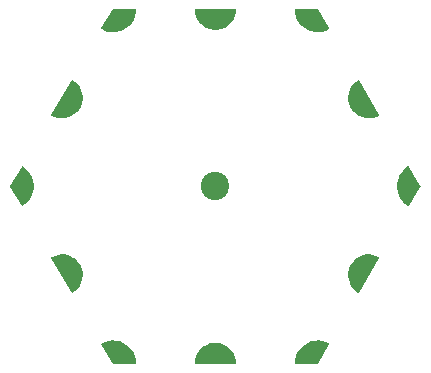
<source format=gbr>
G04 EAGLE Gerber X2 export*
%TF.Part,Single*%
%TF.FileFunction,Soldermask,Bot,1*%
%TF.FilePolarity,Negative*%
%TF.GenerationSoftware,Autodesk,EAGLE,8.7.1*%
%TF.CreationDate,2018-07-15T20:11:00Z*%
G75*
%MOMM*%
%FSLAX34Y34*%
%LPD*%
%AMOC8*
5,1,8,0,0,1.08239X$1,22.5*%
G01*
%ADD10C,2.401600*%
%ADD11C,1.101600*%

G36*
X363231Y195709D02*
X363231Y195709D01*
X363260Y195706D01*
X363327Y195728D01*
X363397Y195742D01*
X363421Y195759D01*
X363449Y195768D01*
X363502Y195815D01*
X363561Y195855D01*
X363577Y195879D01*
X363599Y195899D01*
X363630Y195963D01*
X363668Y196022D01*
X363673Y196051D01*
X363685Y196077D01*
X363694Y196177D01*
X363701Y196219D01*
X363698Y196229D01*
X363700Y196243D01*
X363468Y199041D01*
X363458Y199075D01*
X363454Y199123D01*
X362765Y201844D01*
X362750Y201876D01*
X362738Y201922D01*
X361610Y204494D01*
X361590Y204522D01*
X361571Y204566D01*
X360035Y206917D01*
X360011Y206941D01*
X359985Y206982D01*
X358083Y209047D01*
X358055Y209068D01*
X358022Y209103D01*
X355807Y210828D01*
X355776Y210843D01*
X355738Y210873D01*
X353268Y212209D01*
X353235Y212219D01*
X353193Y212242D01*
X352007Y212650D01*
X350553Y213149D01*
X350537Y213154D01*
X350503Y213159D01*
X350457Y213174D01*
X347688Y213636D01*
X347653Y213635D01*
X347606Y213643D01*
X344798Y213643D01*
X344764Y213636D01*
X344716Y213636D01*
X341947Y213174D01*
X341914Y213162D01*
X341867Y213154D01*
X339211Y212242D01*
X339181Y212225D01*
X339136Y212209D01*
X336666Y210873D01*
X336640Y210851D01*
X336597Y210828D01*
X334382Y209103D01*
X334359Y209077D01*
X334321Y209047D01*
X332419Y206982D01*
X332401Y206952D01*
X332369Y206917D01*
X330833Y204566D01*
X330820Y204534D01*
X330794Y204494D01*
X329666Y201922D01*
X329659Y201889D01*
X329656Y201882D01*
X329650Y201873D01*
X329649Y201867D01*
X329639Y201844D01*
X328950Y199123D01*
X328948Y199088D01*
X328936Y199041D01*
X328704Y196243D01*
X328708Y196214D01*
X328703Y196185D01*
X328720Y196116D01*
X328728Y196046D01*
X328742Y196020D01*
X328749Y195992D01*
X328791Y195935D01*
X328826Y195873D01*
X328850Y195855D01*
X328867Y195832D01*
X328928Y195796D01*
X328985Y195753D01*
X329013Y195745D01*
X329038Y195730D01*
X329136Y195714D01*
X329177Y195703D01*
X329188Y195705D01*
X329202Y195703D01*
X363202Y195703D01*
X363231Y195709D01*
G37*
G36*
X347640Y478768D02*
X347640Y478768D01*
X347688Y478768D01*
X350457Y479230D01*
X350490Y479242D01*
X350537Y479250D01*
X353193Y480162D01*
X353223Y480179D01*
X353268Y480195D01*
X355738Y481531D01*
X355764Y481553D01*
X355807Y481576D01*
X358022Y483301D01*
X358045Y483327D01*
X358083Y483357D01*
X359985Y485422D01*
X360003Y485452D01*
X360035Y485487D01*
X361571Y487838D01*
X361584Y487870D01*
X361610Y487910D01*
X362738Y490482D01*
X362745Y490515D01*
X362765Y490560D01*
X363454Y493281D01*
X363456Y493316D01*
X363468Y493363D01*
X363700Y496161D01*
X363696Y496190D01*
X363701Y496219D01*
X363685Y496288D01*
X363676Y496358D01*
X363662Y496384D01*
X363655Y496412D01*
X363613Y496469D01*
X363578Y496531D01*
X363554Y496549D01*
X363537Y496572D01*
X363476Y496608D01*
X363419Y496651D01*
X363391Y496659D01*
X363366Y496674D01*
X363268Y496690D01*
X363227Y496701D01*
X363216Y496699D01*
X363202Y496701D01*
X329202Y496701D01*
X329173Y496695D01*
X329144Y496698D01*
X329077Y496676D01*
X329007Y496662D01*
X328983Y496645D01*
X328955Y496636D01*
X328902Y496589D01*
X328843Y496549D01*
X328828Y496525D01*
X328806Y496505D01*
X328774Y496441D01*
X328736Y496382D01*
X328731Y496353D01*
X328719Y496327D01*
X328710Y496227D01*
X328703Y496185D01*
X328706Y496175D01*
X328704Y496161D01*
X328936Y493363D01*
X328946Y493329D01*
X328950Y493281D01*
X329639Y490560D01*
X329654Y490528D01*
X329666Y490482D01*
X330794Y487910D01*
X330814Y487882D01*
X330833Y487838D01*
X332369Y485487D01*
X332393Y485463D01*
X332419Y485422D01*
X334321Y483357D01*
X334349Y483336D01*
X334382Y483301D01*
X336597Y481576D01*
X336628Y481561D01*
X336666Y481531D01*
X339136Y480195D01*
X339169Y480185D01*
X339211Y480162D01*
X341867Y479250D01*
X341901Y479246D01*
X341947Y479230D01*
X344716Y478768D01*
X344751Y478769D01*
X344798Y478761D01*
X347606Y478761D01*
X347640Y478768D01*
G37*
G36*
X224809Y256012D02*
X224809Y256012D01*
X224880Y256009D01*
X224907Y256019D01*
X224936Y256021D01*
X225026Y256063D01*
X225066Y256078D01*
X225074Y256086D01*
X225087Y256092D01*
X227390Y257691D01*
X227414Y257717D01*
X227454Y257744D01*
X229463Y259701D01*
X229482Y259730D01*
X229517Y259763D01*
X231176Y262024D01*
X231191Y262055D01*
X231220Y262094D01*
X232484Y264597D01*
X232493Y264631D01*
X232515Y264674D01*
X233351Y267351D01*
X233354Y267385D01*
X233369Y267431D01*
X233752Y270210D01*
X233750Y270244D01*
X233756Y270292D01*
X233677Y273095D01*
X233669Y273129D01*
X233668Y273177D01*
X233129Y275929D01*
X233115Y275961D01*
X233106Y276009D01*
X232121Y278634D01*
X232106Y278659D01*
X232101Y278679D01*
X232093Y278690D01*
X232086Y278709D01*
X230682Y281137D01*
X230659Y281163D01*
X230635Y281205D01*
X228851Y283368D01*
X228824Y283390D01*
X228793Y283427D01*
X226677Y285268D01*
X226647Y285285D01*
X226611Y285317D01*
X224220Y286784D01*
X224188Y286795D01*
X224147Y286821D01*
X221548Y287874D01*
X221514Y287881D01*
X221469Y287899D01*
X218732Y288510D01*
X218697Y288511D01*
X218650Y288522D01*
X215850Y288674D01*
X215816Y288669D01*
X215768Y288672D01*
X212980Y288362D01*
X212947Y288351D01*
X212899Y288346D01*
X210201Y287581D01*
X210171Y287565D01*
X210124Y287552D01*
X207589Y286353D01*
X207565Y286336D01*
X207538Y286326D01*
X207486Y286277D01*
X207429Y286234D01*
X207415Y286209D01*
X207394Y286189D01*
X207365Y286124D01*
X207329Y286063D01*
X207326Y286034D01*
X207314Y286007D01*
X207313Y285936D01*
X207304Y285865D01*
X207312Y285837D01*
X207312Y285808D01*
X207346Y285715D01*
X207358Y285674D01*
X207365Y285665D01*
X207370Y285652D01*
X224370Y256252D01*
X224389Y256230D01*
X224402Y256204D01*
X224455Y256156D01*
X224502Y256103D01*
X224528Y256091D01*
X224550Y256071D01*
X224617Y256048D01*
X224681Y256018D01*
X224710Y256016D01*
X224738Y256007D01*
X224809Y256012D01*
G37*
G36*
X476588Y403735D02*
X476588Y403735D01*
X476636Y403732D01*
X479424Y404042D01*
X479457Y404053D01*
X479505Y404058D01*
X482203Y404823D01*
X482233Y404839D01*
X482280Y404852D01*
X484815Y406051D01*
X484839Y406068D01*
X484866Y406078D01*
X484918Y406127D01*
X484975Y406170D01*
X484989Y406195D01*
X485011Y406215D01*
X485039Y406280D01*
X485075Y406342D01*
X485078Y406370D01*
X485090Y406397D01*
X485091Y406468D01*
X485100Y406539D01*
X485092Y406567D01*
X485092Y406596D01*
X485058Y406689D01*
X485046Y406730D01*
X485039Y406739D01*
X485034Y406752D01*
X468034Y436152D01*
X468015Y436174D01*
X468002Y436200D01*
X467949Y436248D01*
X467902Y436301D01*
X467876Y436313D01*
X467854Y436333D01*
X467787Y436356D01*
X467723Y436386D01*
X467694Y436388D01*
X467666Y436397D01*
X467595Y436392D01*
X467524Y436395D01*
X467497Y436385D01*
X467468Y436383D01*
X467378Y436341D01*
X467338Y436326D01*
X467330Y436318D01*
X467317Y436312D01*
X465014Y434713D01*
X464990Y434688D01*
X464950Y434660D01*
X462941Y432703D01*
X462922Y432674D01*
X462887Y432641D01*
X461228Y430380D01*
X461213Y430349D01*
X461184Y430310D01*
X459920Y427807D01*
X459911Y427773D01*
X459889Y427730D01*
X459053Y425053D01*
X459050Y425019D01*
X459035Y424973D01*
X458652Y422194D01*
X458654Y422160D01*
X458648Y422112D01*
X458727Y419309D01*
X458735Y419275D01*
X458736Y419227D01*
X459275Y416475D01*
X459289Y416443D01*
X459298Y416395D01*
X460283Y413770D01*
X460301Y413740D01*
X460318Y413695D01*
X461722Y411267D01*
X461745Y411241D01*
X461769Y411200D01*
X463553Y409036D01*
X463580Y409014D01*
X463611Y408977D01*
X465727Y407136D01*
X465757Y407119D01*
X465793Y407088D01*
X468184Y405620D01*
X468216Y405609D01*
X468257Y405583D01*
X470856Y404530D01*
X470890Y404523D01*
X470935Y404505D01*
X473672Y403894D01*
X473707Y403893D01*
X473754Y403882D01*
X476554Y403730D01*
X476588Y403735D01*
G37*
G36*
X467628Y256013D02*
X467628Y256013D01*
X467699Y256012D01*
X467726Y256023D01*
X467755Y256027D01*
X467817Y256061D01*
X467882Y256089D01*
X467903Y256110D01*
X467928Y256124D01*
X467991Y256200D01*
X468021Y256231D01*
X468025Y256241D01*
X468034Y256252D01*
X485034Y285652D01*
X485043Y285680D01*
X485060Y285704D01*
X485075Y285773D01*
X485097Y285841D01*
X485095Y285870D01*
X485101Y285898D01*
X485088Y285968D01*
X485082Y286039D01*
X485069Y286065D01*
X485063Y286093D01*
X485023Y286152D01*
X484991Y286215D01*
X484968Y286234D01*
X484952Y286258D01*
X484870Y286315D01*
X484837Y286342D01*
X484827Y286345D01*
X484815Y286353D01*
X482280Y287552D01*
X482246Y287560D01*
X482203Y287581D01*
X479505Y288346D01*
X479470Y288348D01*
X479424Y288362D01*
X476636Y288672D01*
X476602Y288669D01*
X476554Y288674D01*
X473754Y288522D01*
X473720Y288513D01*
X473672Y288510D01*
X470935Y287899D01*
X470903Y287885D01*
X470856Y287874D01*
X468257Y286821D01*
X468228Y286802D01*
X468184Y286784D01*
X465793Y285317D01*
X465768Y285293D01*
X465727Y285268D01*
X463611Y283427D01*
X463590Y283400D01*
X463553Y283368D01*
X461769Y281205D01*
X461753Y281174D01*
X461722Y281137D01*
X460318Y278709D01*
X460307Y278676D01*
X460300Y278663D01*
X460290Y278649D01*
X460290Y278646D01*
X460283Y278634D01*
X459298Y276009D01*
X459292Y275974D01*
X459275Y275929D01*
X458736Y273177D01*
X458736Y273143D01*
X458727Y273095D01*
X458648Y270292D01*
X458654Y270258D01*
X458652Y270210D01*
X459035Y267431D01*
X459047Y267399D01*
X459053Y267351D01*
X459889Y264674D01*
X459906Y264643D01*
X459920Y264597D01*
X461184Y262094D01*
X461206Y262067D01*
X461228Y262024D01*
X462887Y259763D01*
X462913Y259740D01*
X462941Y259701D01*
X464950Y257744D01*
X464979Y257725D01*
X465014Y257691D01*
X467317Y256092D01*
X467344Y256080D01*
X467367Y256062D01*
X467435Y256041D01*
X467500Y256013D01*
X467529Y256013D01*
X467557Y256005D01*
X467628Y256013D01*
G37*
G36*
X218650Y403882D02*
X218650Y403882D01*
X218684Y403891D01*
X218732Y403894D01*
X221469Y404505D01*
X221501Y404519D01*
X221548Y404530D01*
X224147Y405583D01*
X224176Y405602D01*
X224220Y405620D01*
X226611Y407088D01*
X226636Y407111D01*
X226677Y407136D01*
X228793Y408977D01*
X228814Y409004D01*
X228851Y409036D01*
X230635Y411200D01*
X230651Y411230D01*
X230682Y411267D01*
X232086Y413695D01*
X232097Y413728D01*
X232121Y413770D01*
X233106Y416395D01*
X233112Y416430D01*
X233129Y416475D01*
X233668Y419227D01*
X233668Y419262D01*
X233677Y419309D01*
X233756Y422112D01*
X233751Y422146D01*
X233752Y422194D01*
X233369Y424973D01*
X233357Y425005D01*
X233351Y425053D01*
X232515Y427730D01*
X232498Y427761D01*
X232484Y427807D01*
X231220Y430310D01*
X231198Y430337D01*
X231176Y430380D01*
X229517Y432641D01*
X229491Y432664D01*
X229463Y432703D01*
X227454Y434660D01*
X227425Y434679D01*
X227390Y434713D01*
X225087Y436312D01*
X225060Y436324D01*
X225037Y436342D01*
X224969Y436363D01*
X224904Y436391D01*
X224875Y436391D01*
X224847Y436399D01*
X224776Y436391D01*
X224705Y436392D01*
X224678Y436381D01*
X224649Y436377D01*
X224587Y436343D01*
X224522Y436315D01*
X224501Y436294D01*
X224476Y436280D01*
X224413Y436204D01*
X224383Y436173D01*
X224379Y436163D01*
X224370Y436152D01*
X207370Y406752D01*
X207361Y406724D01*
X207344Y406700D01*
X207329Y406631D01*
X207307Y406563D01*
X207309Y406534D01*
X207303Y406506D01*
X207316Y406436D01*
X207322Y406365D01*
X207335Y406339D01*
X207341Y406311D01*
X207381Y406252D01*
X207413Y406189D01*
X207436Y406170D01*
X207452Y406146D01*
X207534Y406089D01*
X207567Y406062D01*
X207577Y406059D01*
X207589Y406051D01*
X210124Y404852D01*
X210158Y404844D01*
X210201Y404823D01*
X212899Y404058D01*
X212934Y404056D01*
X212980Y404042D01*
X215768Y403732D01*
X215802Y403735D01*
X215850Y403730D01*
X218650Y403882D01*
G37*
G36*
X509929Y329213D02*
X509929Y329213D01*
X510000Y329213D01*
X510027Y329224D01*
X510056Y329227D01*
X510118Y329262D01*
X510183Y329290D01*
X510204Y329310D01*
X510229Y329325D01*
X510292Y329402D01*
X510322Y329432D01*
X510326Y329442D01*
X510335Y329453D01*
X519835Y345953D01*
X519845Y345985D01*
X519854Y345998D01*
X519858Y346022D01*
X519859Y346026D01*
X519890Y346096D01*
X519890Y346120D01*
X519898Y346142D01*
X519892Y346218D01*
X519893Y346295D01*
X519883Y346319D01*
X519882Y346340D01*
X519861Y346379D01*
X519835Y346451D01*
X510335Y362951D01*
X510316Y362973D01*
X510303Y362999D01*
X510250Y363047D01*
X510203Y363100D01*
X510177Y363113D01*
X510156Y363132D01*
X510088Y363155D01*
X510024Y363186D01*
X509995Y363188D01*
X509968Y363197D01*
X509896Y363192D01*
X509825Y363195D01*
X509798Y363185D01*
X509769Y363183D01*
X509679Y363141D01*
X509639Y363126D01*
X509631Y363119D01*
X509618Y363113D01*
X507095Y361371D01*
X507071Y361347D01*
X507033Y361320D01*
X504821Y359196D01*
X504802Y359168D01*
X504768Y359136D01*
X502926Y356685D01*
X502912Y356654D01*
X502883Y356617D01*
X501458Y353902D01*
X501449Y353871D01*
X501433Y353846D01*
X501432Y353838D01*
X501427Y353828D01*
X500456Y350920D01*
X500452Y350886D01*
X500437Y350842D01*
X499945Y347815D01*
X499946Y347781D01*
X499938Y347735D01*
X499938Y344669D01*
X499939Y344665D01*
X499939Y344663D01*
X499945Y344636D01*
X499945Y344589D01*
X500437Y341562D01*
X500449Y341531D01*
X500456Y341484D01*
X501427Y338576D01*
X501444Y338547D01*
X501458Y338502D01*
X502883Y335787D01*
X502905Y335761D01*
X502926Y335719D01*
X504768Y333268D01*
X504793Y333245D01*
X504821Y333208D01*
X507033Y331084D01*
X507061Y331066D01*
X507095Y331033D01*
X509618Y329291D01*
X509645Y329280D01*
X509667Y329261D01*
X509736Y329241D01*
X509801Y329213D01*
X509830Y329213D01*
X509858Y329205D01*
X509929Y329213D01*
G37*
G36*
X182508Y329212D02*
X182508Y329212D01*
X182579Y329209D01*
X182606Y329219D01*
X182635Y329221D01*
X182725Y329263D01*
X182765Y329278D01*
X182773Y329285D01*
X182786Y329291D01*
X185309Y331033D01*
X185333Y331057D01*
X185371Y331084D01*
X187583Y333208D01*
X187602Y333236D01*
X187636Y333268D01*
X189478Y335719D01*
X189492Y335750D01*
X189521Y335787D01*
X190946Y338502D01*
X190955Y338535D01*
X190977Y338576D01*
X191948Y341484D01*
X191952Y341518D01*
X191967Y341562D01*
X192459Y344589D01*
X192458Y344623D01*
X192466Y344669D01*
X192466Y347735D01*
X192459Y347768D01*
X192459Y347815D01*
X191967Y350842D01*
X191955Y350873D01*
X191948Y350920D01*
X190977Y353828D01*
X190964Y353851D01*
X190958Y353876D01*
X190951Y353885D01*
X190946Y353902D01*
X189521Y356617D01*
X189499Y356643D01*
X189478Y356685D01*
X187636Y359136D01*
X187611Y359159D01*
X187583Y359196D01*
X185371Y361320D01*
X185343Y361338D01*
X185309Y361371D01*
X182786Y363113D01*
X182759Y363124D01*
X182737Y363143D01*
X182668Y363163D01*
X182603Y363191D01*
X182574Y363191D01*
X182546Y363199D01*
X182475Y363191D01*
X182404Y363192D01*
X182377Y363180D01*
X182348Y363177D01*
X182286Y363142D01*
X182221Y363114D01*
X182200Y363094D01*
X182175Y363079D01*
X182112Y363002D01*
X182082Y362972D01*
X182078Y362962D01*
X182069Y362951D01*
X172569Y346451D01*
X172545Y346378D01*
X172514Y346308D01*
X172514Y346284D01*
X172506Y346262D01*
X172513Y346186D01*
X172512Y346109D01*
X172521Y346085D01*
X172522Y346064D01*
X172543Y346025D01*
X172562Y345973D01*
X172563Y345967D01*
X172565Y345965D01*
X172569Y345953D01*
X182069Y329453D01*
X182088Y329431D01*
X182101Y329405D01*
X182154Y329357D01*
X182201Y329304D01*
X182227Y329291D01*
X182249Y329272D01*
X182316Y329249D01*
X182380Y329218D01*
X182409Y329217D01*
X182436Y329207D01*
X182508Y329212D01*
G37*
G36*
X432878Y195718D02*
X432878Y195718D01*
X432956Y195727D01*
X432975Y195738D01*
X432997Y195742D01*
X433061Y195786D01*
X433129Y195825D01*
X433145Y195844D01*
X433161Y195855D01*
X433185Y195893D01*
X433235Y195953D01*
X442735Y212453D01*
X442744Y212480D01*
X442760Y212504D01*
X442775Y212574D01*
X442798Y212642D01*
X442795Y212670D01*
X442801Y212698D01*
X442788Y212769D01*
X442782Y212840D01*
X442769Y212865D01*
X442763Y212893D01*
X442723Y212953D01*
X442690Y213016D01*
X442668Y213034D01*
X442652Y213058D01*
X442569Y213116D01*
X442537Y213143D01*
X442526Y213146D01*
X442516Y213153D01*
X439750Y214462D01*
X439717Y214470D01*
X439674Y214490D01*
X436734Y215338D01*
X436700Y215341D01*
X436656Y215354D01*
X433618Y215719D01*
X433584Y215716D01*
X433537Y215722D01*
X430480Y215595D01*
X430447Y215587D01*
X430400Y215586D01*
X427403Y214970D01*
X427372Y214957D01*
X427326Y214948D01*
X424466Y213859D01*
X424438Y213841D01*
X424394Y213825D01*
X421746Y212291D01*
X421720Y212269D01*
X421680Y212246D01*
X419312Y210308D01*
X419290Y210281D01*
X419254Y210252D01*
X417227Y207959D01*
X417211Y207930D01*
X417179Y207895D01*
X415547Y205307D01*
X415535Y205275D01*
X415510Y205236D01*
X414314Y202419D01*
X414307Y202386D01*
X414304Y202379D01*
X414300Y202373D01*
X414299Y202367D01*
X414288Y202343D01*
X413560Y199371D01*
X413558Y199337D01*
X413547Y199292D01*
X413304Y196242D01*
X413308Y196213D01*
X413303Y196185D01*
X413320Y196116D01*
X413328Y196044D01*
X413343Y196020D01*
X413349Y195992D01*
X413392Y195934D01*
X413428Y195872D01*
X413450Y195855D01*
X413467Y195832D01*
X413529Y195795D01*
X413586Y195752D01*
X413614Y195745D01*
X413638Y195730D01*
X413738Y195714D01*
X413779Y195703D01*
X413789Y195705D01*
X413802Y195703D01*
X432802Y195703D01*
X432878Y195718D01*
G37*
G36*
X433571Y476687D02*
X433571Y476687D01*
X433618Y476685D01*
X436656Y477050D01*
X436688Y477061D01*
X436734Y477066D01*
X439674Y477914D01*
X439704Y477930D01*
X439750Y477942D01*
X442516Y479251D01*
X442538Y479268D01*
X442565Y479278D01*
X442617Y479327D01*
X442675Y479370D01*
X442689Y479395D01*
X442710Y479414D01*
X442739Y479480D01*
X442775Y479542D01*
X442778Y479570D01*
X442790Y479596D01*
X442791Y479668D01*
X442800Y479739D01*
X442792Y479766D01*
X442793Y479795D01*
X442757Y479890D01*
X442746Y479930D01*
X442739Y479939D01*
X442735Y479951D01*
X433235Y496451D01*
X433183Y496510D01*
X433137Y496572D01*
X433118Y496583D01*
X433103Y496600D01*
X433033Y496634D01*
X432966Y496674D01*
X432942Y496678D01*
X432924Y496686D01*
X432879Y496688D01*
X432802Y496701D01*
X413802Y496701D01*
X413774Y496696D01*
X413746Y496698D01*
X413678Y496676D01*
X413607Y496662D01*
X413584Y496646D01*
X413557Y496637D01*
X413502Y496590D01*
X413443Y496549D01*
X413428Y496525D01*
X413407Y496507D01*
X413375Y496442D01*
X413336Y496382D01*
X413331Y496354D01*
X413319Y496328D01*
X413310Y496227D01*
X413303Y496185D01*
X413305Y496175D01*
X413304Y496162D01*
X413547Y493112D01*
X413556Y493080D01*
X413560Y493033D01*
X414288Y490061D01*
X414303Y490030D01*
X414314Y489985D01*
X415510Y487168D01*
X415529Y487140D01*
X415547Y487097D01*
X417179Y484509D01*
X417203Y484485D01*
X417227Y484445D01*
X419254Y482152D01*
X419281Y482132D01*
X419312Y482096D01*
X421680Y480158D01*
X421710Y480142D01*
X421746Y480113D01*
X424394Y478580D01*
X424426Y478569D01*
X424466Y478545D01*
X427326Y477457D01*
X427359Y477451D01*
X427403Y477434D01*
X430400Y476818D01*
X430434Y476818D01*
X430480Y476809D01*
X433537Y476682D01*
X433571Y476687D01*
G37*
G36*
X278630Y195708D02*
X278630Y195708D01*
X278658Y195706D01*
X278726Y195728D01*
X278797Y195742D01*
X278820Y195758D01*
X278847Y195767D01*
X278902Y195814D01*
X278961Y195855D01*
X278976Y195879D01*
X278998Y195897D01*
X279029Y195962D01*
X279068Y196022D01*
X279073Y196050D01*
X279085Y196076D01*
X279094Y196177D01*
X279101Y196219D01*
X279099Y196229D01*
X279100Y196242D01*
X278857Y199292D01*
X278848Y199324D01*
X278844Y199371D01*
X278116Y202343D01*
X278101Y202374D01*
X278090Y202419D01*
X276894Y205236D01*
X276875Y205264D01*
X276857Y205307D01*
X275225Y207895D01*
X275201Y207919D01*
X275177Y207959D01*
X273150Y210252D01*
X273123Y210272D01*
X273092Y210308D01*
X270725Y212246D01*
X270694Y212262D01*
X270658Y212291D01*
X268010Y213825D01*
X267978Y213835D01*
X267938Y213859D01*
X265078Y214948D01*
X265045Y214953D01*
X265001Y214970D01*
X262004Y215586D01*
X261970Y215586D01*
X261924Y215595D01*
X258867Y215722D01*
X258833Y215717D01*
X258786Y215719D01*
X255748Y215354D01*
X255716Y215343D01*
X255670Y215338D01*
X252730Y214490D01*
X252700Y214474D01*
X252655Y214462D01*
X249889Y213153D01*
X249866Y213136D01*
X249839Y213126D01*
X249787Y213077D01*
X249729Y213034D01*
X249715Y213009D01*
X249694Y212990D01*
X249665Y212924D01*
X249629Y212862D01*
X249626Y212834D01*
X249614Y212808D01*
X249613Y212736D01*
X249604Y212665D01*
X249612Y212638D01*
X249612Y212609D01*
X249647Y212514D01*
X249658Y212474D01*
X249665Y212465D01*
X249669Y212453D01*
X259169Y195953D01*
X259221Y195895D01*
X259267Y195832D01*
X259286Y195821D01*
X259301Y195804D01*
X259371Y195770D01*
X259438Y195730D01*
X259463Y195726D01*
X259480Y195718D01*
X259525Y195716D01*
X259602Y195703D01*
X278602Y195703D01*
X278630Y195708D01*
G37*
G36*
X261924Y476809D02*
X261924Y476809D01*
X261957Y476817D01*
X262004Y476818D01*
X265001Y477434D01*
X265032Y477447D01*
X265078Y477457D01*
X267938Y478545D01*
X267967Y478563D01*
X268010Y478580D01*
X270658Y480113D01*
X270684Y480135D01*
X270725Y480158D01*
X273092Y482096D01*
X273114Y482123D01*
X273150Y482152D01*
X275177Y484445D01*
X275194Y484474D01*
X275225Y484509D01*
X276857Y487097D01*
X276869Y487129D01*
X276894Y487168D01*
X278090Y489985D01*
X278097Y490018D01*
X278116Y490061D01*
X278844Y493033D01*
X278846Y493067D01*
X278857Y493112D01*
X279100Y496162D01*
X279096Y496191D01*
X279101Y496219D01*
X279084Y496288D01*
X279076Y496360D01*
X279062Y496384D01*
X279055Y496412D01*
X279012Y496470D01*
X278977Y496532D01*
X278954Y496549D01*
X278937Y496572D01*
X278875Y496609D01*
X278818Y496652D01*
X278790Y496659D01*
X278766Y496674D01*
X278666Y496690D01*
X278625Y496701D01*
X278615Y496699D01*
X278602Y496701D01*
X259602Y496701D01*
X259526Y496686D01*
X259448Y496677D01*
X259429Y496666D01*
X259407Y496662D01*
X259343Y496618D01*
X259275Y496579D01*
X259259Y496560D01*
X259243Y496549D01*
X259219Y496511D01*
X259169Y496451D01*
X249669Y479951D01*
X249660Y479924D01*
X249644Y479900D01*
X249629Y479830D01*
X249606Y479762D01*
X249609Y479734D01*
X249603Y479706D01*
X249617Y479636D01*
X249622Y479564D01*
X249635Y479539D01*
X249641Y479511D01*
X249681Y479451D01*
X249714Y479388D01*
X249736Y479370D01*
X249752Y479346D01*
X249835Y479288D01*
X249867Y479261D01*
X249878Y479258D01*
X249889Y479251D01*
X252655Y477942D01*
X252688Y477934D01*
X252730Y477914D01*
X255670Y477066D01*
X255704Y477063D01*
X255748Y477050D01*
X258786Y476685D01*
X258820Y476688D01*
X258867Y476682D01*
X261924Y476809D01*
G37*
D10*
X346202Y346202D03*
D11*
X428802Y489302D03*
X511402Y346202D03*
X428802Y203102D03*
X263602Y203102D03*
X181002Y346202D03*
X263602Y489302D03*
X470102Y417702D03*
X470102Y274702D03*
X346202Y203102D03*
X222302Y274702D03*
X222302Y417702D03*
X346202Y489302D03*
M02*

</source>
